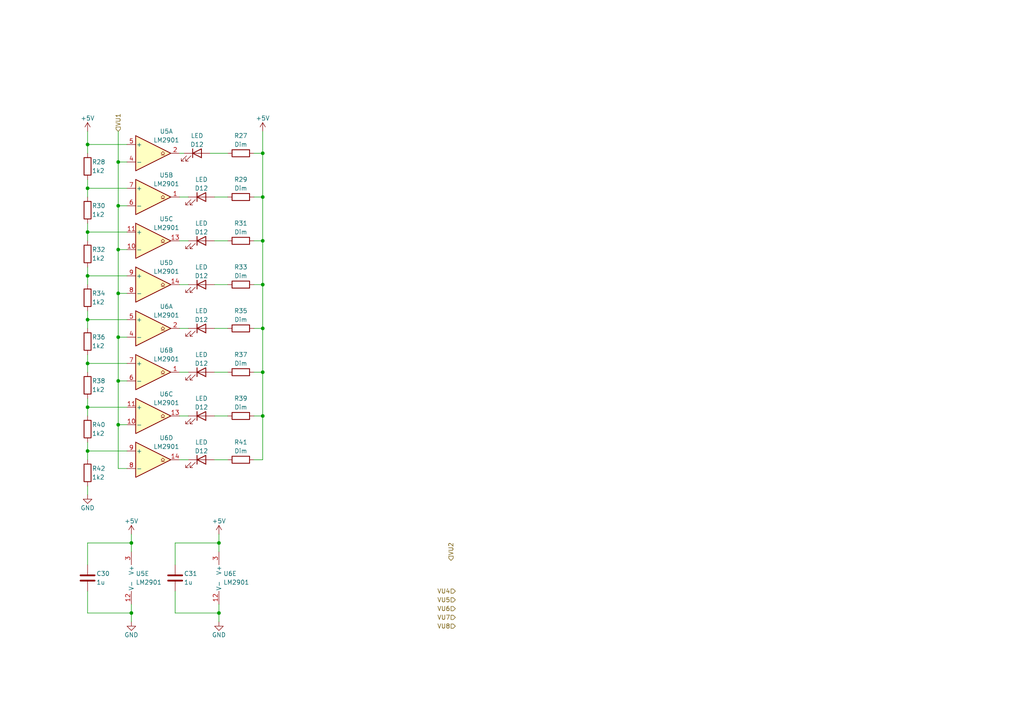
<source format=kicad_sch>
(kicad_sch (version 20230121) (generator eeschema)
  (paper "A4")
  (lib_symbols
    (symbol "Comparator:LM2901" (pin_names (offset 0.127))
      (property "Reference" "U" (at 0 5.08 0))
      (property "Value" "LM2901" (at 0 -5.08 0))
      (symbol "LM2901_1_1"
        (polyline (pts (xy -5.08 5.08) (xy 5.08 0) (xy -5.08 -5.08) (xy -5.08 5.08)) (stroke (width 0.254)) (fill (type background)))
        (polyline (pts (xy 3.302 -0.508) (xy 2.794 -0.508) (xy 3.302 0) (xy 2.794 0.508) (xy 2.286 0) (xy 2.794 -0.508) (xy 2.286 -0.508)) (stroke (width 0.127)))
        (pin open_collector line (at 7.62 0 180) (length 2.54) (name "~") (number "2"))
        (pin input line (at -7.62 -2.54 0) (length 2.54) (name "-") (number "4"))
        (pin input line (at -7.62 2.54 0) (length 2.54) (name "+") (number "5"))
      )
      (symbol "LM2901_2_1"
        (polyline (pts (xy -5.08 5.08) (xy 5.08 0) (xy -5.08 -5.08) (xy -5.08 5.08)) (stroke (width 0.254)) (fill (type background)))
        (polyline (pts (xy 3.302 -0.508) (xy 2.794 -0.508) (xy 3.302 0) (xy 2.794 0.508) (xy 2.286 0) (xy 2.794 -0.508) (xy 2.286 -0.508)) (stroke (width 0.127)))
        (pin open_collector line (at 7.62 0 180) (length 2.54) (name "~") (number "1"))
        (pin input line (at -7.62 -2.54 0) (length 2.54) (name "-") (number "6"))
        (pin input line (at -7.62 2.54 0) (length 2.54) (name "+") (number "7"))
      )
      (symbol "LM2901_3_1"
        (polyline (pts (xy -5.08 5.08) (xy 5.08 0) (xy -5.08 -5.08) (xy -5.08 5.08)) (stroke (width 0.254)) (fill (type background)))
        (polyline (pts (xy 3.302 -0.508) (xy 2.794 -0.508) (xy 3.302 0) (xy 2.794 0.508) (xy 2.286 0) (xy 2.794 -0.508) (xy 2.286 -0.508)) (stroke (width 0.127)))
        (pin input line (at -7.62 -2.54 0) (length 2.54) (name "-") (number "10"))
        (pin input line (at -7.62 2.54 0) (length 2.54) (name "+") (number "11"))
        (pin open_collector line (at 7.62 0 180) (length 2.54) (name "~") (number "13"))
      )
      (symbol "LM2901_4_1"
        (polyline (pts (xy -5.08 5.08) (xy 5.08 0) (xy -5.08 -5.08) (xy -5.08 5.08)) (stroke (width 0.254)) (fill (type background)))
        (polyline (pts (xy 3.302 -0.508) (xy 2.794 -0.508) (xy 3.302 0) (xy 2.794 0.508) (xy 2.286 0) (xy 2.794 -0.508) (xy 2.286 -0.508)) (stroke (width 0.127)))
        (pin open_collector line (at 7.62 0 180) (length 2.54) (name "~") (number "14"))
        (pin input line (at -7.62 -2.54 0) (length 2.54) (name "-") (number "8"))
        (pin input line (at -7.62 2.54 0) (length 2.54) (name "+") (number "9"))
      )
      (symbol "LM2901_5_1"
        (pin power_in line (at -2.54 -7.62 90) (length 3.81) (name "V-") (number "12"))
        (pin power_in line (at -2.54 7.62 270) (length 3.81) (name "V+") (number "3"))
      )
    )
    (symbol "Device:C" (pin_numbers hide) (pin_names (offset 0.254))
      (property "Reference" "C" (at 0.635 2.54 0))
      (property "Value" "C" (at 0.635 -2.54 0))
      (symbol "C_0_1"
        (polyline (pts (xy -2.032 -0.762) (xy 2.032 -0.762)) (stroke (width 0.508)))
        (polyline (pts (xy -2.032 0.762) (xy 2.032 0.762)) (stroke (width 0.508)))
      )
      (symbol "C_1_1"
        (pin passive line (at 0 3.81 270) (length 2.794) (name "~") (number "1"))
        (pin passive line (at 0 -3.81 90) (length 2.794) (name "~") (number "2"))
      )
    )
    (symbol "Device:LED" (pin_numbers hide) (pin_names (offset 1.016) hide)
      (property "Reference" "D" (at 0 2.54 0))
      (property "Value" "LED" (at 0 -2.54 0))
      (symbol "LED_0_1"
        (polyline (pts (xy -1.27 -1.27) (xy -1.27 1.27)) (stroke (width 0.254)))
        (polyline (pts (xy -1.27 0) (xy 1.27 0)))
        (polyline (pts (xy 1.27 -1.27) (xy 1.27 1.27) (xy -1.27 0) (xy 1.27 -1.27)) (stroke (width 0.254)))
        (polyline (pts (xy -3.048 -0.762) (xy -4.572 -2.286) (xy -3.81 -2.286) (xy -4.572 -2.286) (xy -4.572 -1.524)))
        (polyline (pts (xy -1.778 -0.762) (xy -3.302 -2.286) (xy -2.54 -2.286) (xy -3.302 -2.286) (xy -3.302 -1.524)))
      )
      (symbol "LED_1_1"
        (pin passive line (at -3.81 0 0) (length 2.54) (name "K") (number "1"))
        (pin passive line (at 3.81 0 180) (length 2.54) (name "A") (number "2"))
      )
    )
    (symbol "Device:R" (pin_numbers hide) (pin_names (offset 0))
      (property "Reference" "R" (at 2.032 0 90))
      (property "Value" "R" (at 0 0 90))
      (symbol "R_0_1"
        (rectangle (start -1.016 -2.54) (end 1.016 2.54) (stroke (width 0.254)))
      )
      (symbol "R_1_1"
        (pin passive line (at 0 3.81 270) (length 1.27) (name "~") (number "1"))
        (pin passive line (at 0 -3.81 90) (length 1.27) (name "~") (number "2"))
      )
    )
    (symbol "power:+5V" (power) (pin_names (offset 0))
      (property "Value" "+5V" (at 0 3.556 0))
      (symbol "+5V_0_1"
        (polyline (pts (xy -0.762 1.27) (xy 0 2.54)))
        (polyline (pts (xy 0 0) (xy 0 2.54)))
        (polyline (pts (xy 0 2.54) (xy 0.762 1.27)))
      )
      (symbol "+5V_1_1"
        (pin power_in line (at 0 0 90) (length 0) hide (name "+5V") (number "1"))
      )
    )
    (symbol "power:GND" (power) (pin_names (offset 0))
      (property "Value" "GND" (at 0 -3.81 0))
      (symbol "GND_0_1"
        (polyline (pts (xy 0 0) (xy 0 -1.27) (xy 1.27 -1.27) (xy 0 -2.54) (xy -1.27 -1.27) (xy 0 -1.27)))
      )
      (symbol "GND_1_1"
        (pin power_in line (at 0 0 270) (length 0) hide (name "GND") (number "1"))
      )
    )
  )
  (junction (at 76.2 107.95))
  (junction (at 76.2 82.55))
  (junction (at 76.2 57.15))
  (junction (at 38.1 157.48))
  (junction (at 34.29 59.69))
  (junction (at 76.2 120.65))
  (junction (at 25.4 80.01))
  (junction (at 34.29 97.79))
  (junction (at 25.4 67.31))
  (junction (at 34.29 110.49))
  (junction (at 38.1 177.8))
  (junction (at 25.4 130.81))
  (junction (at 34.29 123.19))
  (junction (at 25.4 118.11))
  (junction (at 76.2 44.45))
  (junction (at 25.4 54.61))
  (junction (at 25.4 105.41))
  (junction (at 76.2 69.85))
  (junction (at 76.2 95.25))
  (junction (at 63.5 177.8))
  (junction (at 34.29 46.99))
  (junction (at 63.5 157.48))
  (junction (at 25.4 92.71))
  (junction (at 34.29 72.39))
  (junction (at 34.29 85.09))
  (junction (at 25.4 41.91))
  (wire (pts (xy 25.4 54.61) (xy 25.4 57.15)))
  (wire (pts (xy 34.29 38.1) (xy 34.29 46.99)))
  (wire (pts (xy 63.5 157.48) (xy 50.8 157.48)))
  (wire (pts (xy 63.5 154.94) (xy 63.5 157.48)))
  (wire (pts (xy 54.61 82.55) (xy 52.07 82.55)))
  (wire (pts (xy 76.2 82.55) (xy 76.2 95.25)))
  (wire (pts (xy 38.1 157.48) (xy 25.4 157.48)))
  (wire (pts (xy 34.29 97.79) (xy 34.29 110.49)))
  (wire (pts (xy 34.29 72.39) (xy 34.29 85.09)))
  (wire (pts (xy 34.29 110.49) (xy 36.83 110.49)))
  (wire (pts (xy 25.4 171.45) (xy 25.4 177.8)))
  (wire (pts (xy 34.29 72.39) (xy 36.83 72.39)))
  (wire (pts (xy 25.4 80.01) (xy 25.4 77.47)))
  (wire (pts (xy 36.83 118.11) (xy 25.4 118.11)))
  (wire (pts (xy 76.2 57.15) (xy 76.2 69.85)))
  (wire (pts (xy 25.4 90.17) (xy 25.4 92.71)))
  (wire (pts (xy 66.04 95.25) (xy 62.23 95.25)))
  (wire (pts (xy 54.61 69.85) (xy 52.07 69.85)))
  (wire (pts (xy 25.4 105.41) (xy 25.4 107.95)))
  (wire (pts (xy 25.4 92.71) (xy 25.4 95.25)))
  (wire (pts (xy 25.4 38.1) (xy 25.4 41.91)))
  (wire (pts (xy 25.4 177.8) (xy 38.1 177.8)))
  (wire (pts (xy 25.4 157.48) (xy 25.4 163.83)))
  (wire (pts (xy 25.4 118.11) (xy 25.4 120.65)))
  (wire (pts (xy 73.66 44.45) (xy 76.2 44.45)))
  (wire (pts (xy 36.83 80.01) (xy 25.4 80.01)))
  (wire (pts (xy 66.04 107.95) (xy 62.23 107.95)))
  (wire (pts (xy 38.1 160.02) (xy 38.1 157.48)))
  (wire (pts (xy 34.29 135.89) (xy 36.83 135.89)))
  (wire (pts (xy 73.66 69.85) (xy 76.2 69.85)))
  (wire (pts (xy 25.4 105.41) (xy 25.4 102.87)))
  (wire (pts (xy 76.2 44.45) (xy 76.2 57.15)))
  (wire (pts (xy 36.83 130.81) (xy 25.4 130.81)))
  (wire (pts (xy 66.04 133.35) (xy 62.23 133.35)))
  (wire (pts (xy 25.4 80.01) (xy 25.4 82.55)))
  (wire (pts (xy 73.66 95.25) (xy 76.2 95.25)))
  (wire (pts (xy 25.4 140.97) (xy 25.4 143.51)))
  (wire (pts (xy 36.83 46.99) (xy 34.29 46.99)))
  (wire (pts (xy 66.04 44.45) (xy 60.96 44.45)))
  (wire (pts (xy 76.2 120.65) (xy 76.2 133.35)))
  (wire (pts (xy 38.1 177.8) (xy 38.1 175.26)))
  (wire (pts (xy 63.5 160.02) (xy 63.5 157.48)))
  (wire (pts (xy 25.4 118.11) (xy 25.4 115.57)))
  (wire (pts (xy 36.83 97.79) (xy 34.29 97.79)))
  (wire (pts (xy 36.83 54.61) (xy 25.4 54.61)))
  (wire (pts (xy 34.29 59.69) (xy 36.83 59.69)))
  (wire (pts (xy 63.5 177.8) (xy 63.5 180.34)))
  (wire (pts (xy 54.61 133.35) (xy 52.07 133.35)))
  (wire (pts (xy 66.04 57.15) (xy 62.23 57.15)))
  (wire (pts (xy 66.04 82.55) (xy 62.23 82.55)))
  (wire (pts (xy 36.83 92.71) (xy 25.4 92.71)))
  (wire (pts (xy 76.2 38.1) (xy 76.2 44.45)))
  (wire (pts (xy 63.5 177.8) (xy 63.5 175.26)))
  (wire (pts (xy 54.61 95.25) (xy 52.07 95.25)))
  (wire (pts (xy 76.2 95.25) (xy 76.2 107.95)))
  (wire (pts (xy 34.29 110.49) (xy 34.29 123.19)))
  (wire (pts (xy 76.2 69.85) (xy 76.2 82.55)))
  (wire (pts (xy 76.2 107.95) (xy 73.66 107.95)))
  (wire (pts (xy 76.2 133.35) (xy 73.66 133.35)))
  (wire (pts (xy 34.29 123.19) (xy 36.83 123.19)))
  (wire (pts (xy 25.4 130.81) (xy 25.4 133.35)))
  (wire (pts (xy 25.4 41.91) (xy 25.4 44.45)))
  (wire (pts (xy 25.4 67.31) (xy 25.4 64.77)))
  (wire (pts (xy 66.04 69.85) (xy 62.23 69.85)))
  (wire (pts (xy 25.4 67.31) (xy 25.4 69.85)))
  (wire (pts (xy 25.4 54.61) (xy 25.4 52.07)))
  (wire (pts (xy 34.29 59.69) (xy 34.29 72.39)))
  (wire (pts (xy 34.29 85.09) (xy 36.83 85.09)))
  (wire (pts (xy 73.66 57.15) (xy 76.2 57.15)))
  (wire (pts (xy 73.66 120.65) (xy 76.2 120.65)))
  (wire (pts (xy 36.83 105.41) (xy 25.4 105.41)))
  (wire (pts (xy 66.04 120.65) (xy 62.23 120.65)))
  (wire (pts (xy 50.8 177.8) (xy 63.5 177.8)))
  (wire (pts (xy 54.61 120.65) (xy 52.07 120.65)))
  (wire (pts (xy 34.29 123.19) (xy 34.29 135.89)))
  (wire (pts (xy 54.61 57.15) (xy 52.07 57.15)))
  (wire (pts (xy 50.8 171.45) (xy 50.8 177.8)))
  (wire (pts (xy 50.8 157.48) (xy 50.8 163.83)))
  (wire (pts (xy 25.4 130.81) (xy 25.4 128.27)))
  (wire (pts (xy 36.83 67.31) (xy 25.4 67.31)))
  (wire (pts (xy 52.07 44.45) (xy 53.34 44.45)))
  (wire (pts (xy 34.29 46.99) (xy 34.29 59.69)))
  (wire (pts (xy 38.1 154.94) (xy 38.1 157.48)))
  (wire (pts (xy 38.1 177.8) (xy 38.1 180.34)))
  (wire (pts (xy 36.83 41.91) (xy 25.4 41.91)))
  (wire (pts (xy 34.29 85.09) (xy 34.29 97.79)))
  (wire (pts (xy 73.66 82.55) (xy 76.2 82.55)))
  (wire (pts (xy 54.61 107.95) (xy 52.07 107.95)))
  (wire (pts (xy 76.2 107.95) (xy 76.2 120.65)))
  (hierarchical_label "VU5" (shape input) (at 132.08 173.99 180))
  (hierarchical_label "VU1" (shape input) (at 34.29 38.1 90))
  (hierarchical_label "VU8" (shape input) (at 132.08 181.61 180))
  (hierarchical_label "VU6" (shape input) (at 132.08 176.53 180))
  (hierarchical_label "VU7" (shape input) (at 132.08 179.07 180))
  (hierarchical_label "VU4" (shape input) (at 132.08 171.45 180))
  (hierarchical_label "VU2" (shape input) (at 130.81 162.56 90))
  (symbol (lib_id "Comparator:LM2901") (at 66.04 167.64 0) (unit 5)
    (property "Reference" "U6" (at 64.77 166.37 0) (effects (justify left)))
    (property "Value" "LM2901" (at 64.77 168.91 0) (effects (justify left)))
    (property "Footprint" "Package_SO:SO-14_5.3x10.2mm_P1.27mm" (effects hide))
    (property "Datasheet" "https://www.mouser.de/datasheet/2/308/1/LM339_D-2314805.pdf" (effects hide))
  )
  (symbol (lib_id "Device:R") (at 25.4 124.46 180) (unit 1)
    (property "Reference" "R40" (at 26.67 123.19 0) (effects (justify right)))
    (property "Value" "1k2" (at 26.67 125.73 0) (effects (justify right)))
    (property "Footprint" "Resistor_SMD:R_1206_3216Metric_Pad1.30x1.75mm_HandSolder" (effects hide))
  )
  (symbol (lib_id "Comparator:LM2901") (at 40.64 167.64 0) (unit 5)
    (property "Reference" "U5" (at 39.37 166.37 0) (effects (justify left)))
    (property "Value" "LM2901" (at 39.37 168.91 0) (effects (justify left)))
    (property "Footprint" "Package_SO:SO-14_5.3x10.2mm_P1.27mm" (effects hide))
    (property "Datasheet" "https://www.mouser.de/datasheet/2/308/1/LM339_D-2314805.pdf" (effects hide))
  )
  (symbol (lib_id "Comparator:LM2901") (at 44.45 95.25 0) (unit 1)
    (property "Reference" "U6" (at 48.26 88.9 0))
    (property "Value" "LM2901" (at 48.26 91.44 0))
    (property "Footprint" "Package_SO:SO-14_5.3x10.2mm_P1.27mm" (effects hide))
    (property "Datasheet" "https://www.mouser.de/datasheet/2/308/1/LM339_D-2314805.pdf" (effects hide))
  )
  (symbol (lib_id "Comparator:LM2901") (at 44.45 107.95 0) (unit 2)
    (property "Reference" "U6" (at 48.26 101.6 0))
    (property "Value" "LM2901" (at 48.26 104.14 0))
    (property "Footprint" "Package_SO:SO-14_5.3x10.2mm_P1.27mm" (effects hide))
    (property "Datasheet" "https://www.mouser.de/datasheet/2/308/1/LM339_D-2314805.pdf" (effects hide))
  )
  (symbol (lib_id "Device:R") (at 69.85 82.55 90) (unit 1)
    (property "Reference" "R33" (at 69.85 77.47 90))
    (property "Value" "Dim" (at 69.85 80.01 90))
    (property "Footprint" "Resistor_SMD:R_1206_3216Metric_Pad1.30x1.75mm_HandSolder" (effects hide))
  )
  (symbol (lib_id "Device:R") (at 25.4 48.26 180) (unit 1)
    (property "Reference" "R28" (at 26.67 46.99 0) (effects (justify right)))
    (property "Value" "1k2" (at 26.67 49.53 0) (effects (justify right)))
    (property "Footprint" "Resistor_SMD:R_1206_3216Metric_Pad1.30x1.75mm_HandSolder" (effects hide))
  )
  (symbol (lib_id "Device:R") (at 25.4 60.96 180) (unit 1)
    (property "Reference" "R30" (at 26.67 59.69 0) (effects (justify right)))
    (property "Value" "1k2" (at 26.67 62.23 0) (effects (justify right)))
    (property "Footprint" "Resistor_SMD:R_1206_3216Metric_Pad1.30x1.75mm_HandSolder" (effects hide))
  )
  (symbol (lib_id "Device:LED") (at 58.42 57.15 0) (unit 1)
    (property "Reference" "D12" (at 58.42 54.61 0))
    (property "Value" "LED" (at 58.42 52.07 0))
    (property "Footprint" "LED_THT:LED_D3.0mm" (effects hide))
    (instances (project "SoundControl" (path "" (reference "D12") (unit 1)) (path "" (reference "D14") (unit 1))))
  )
  (symbol (lib_id "power:+5V") (at 38.1 154.94 0) (unit 1)
    (property "Reference" "#PWR0100" (effects hide))
    (property "Value" "+5V" (at 38.1 151.13 0))
  )
  (symbol (lib_id "Device:R") (at 69.85 69.85 90) (unit 1)
    (property "Reference" "R31" (at 69.85 64.77 90))
    (property "Value" "Dim" (at 69.85 67.31 90))
    (property "Footprint" "Resistor_SMD:R_1206_3216Metric_Pad1.30x1.75mm_HandSolder" (effects hide))
  )
  (symbol (lib_id "Comparator:LM2901") (at 44.45 69.85 0) (unit 3)
    (property "Reference" "U5" (at 48.26 63.5 0))
    (property "Value" "LM2901" (at 48.26 66.04 0))
    (property "Footprint" "Package_SO:SO-14_5.3x10.2mm_P1.27mm" (effects hide))
    (property "Datasheet" "https://www.mouser.de/datasheet/2/308/1/LM339_D-2314805.pdf" (effects hide))
  )
  (symbol (lib_id "Comparator:LM2901") (at 44.45 120.65 0) (unit 3)
    (property "Reference" "U6" (at 48.26 114.3 0))
    (property "Value" "LM2901" (at 48.26 116.84 0))
    (property "Footprint" "Package_SO:SO-14_5.3x10.2mm_P1.27mm" (effects hide))
    (property "Datasheet" "https://www.mouser.de/datasheet/2/308/1/LM339_D-2314805.pdf" (effects hide))
  )
  (symbol (lib_id "Device:R") (at 25.4 99.06 180) (unit 1)
    (property "Reference" "R36" (at 26.67 97.79 0) (effects (justify right)))
    (property "Value" "1k2" (at 26.67 100.33 0) (effects (justify right)))
    (property "Footprint" "Resistor_SMD:R_1206_3216Metric_Pad1.30x1.75mm_HandSolder" (effects hide))
  )
  (symbol (lib_id "power:GND") (at 63.5 180.34 0) (unit 1)
    (property "Reference" "#PWR0103" (effects hide))
    (property "Value" "GND" (at 63.5 184.15 0))
  )
  (symbol (lib_id "power:GND") (at 25.4 143.51 0) (unit 1)
    (property "Reference" "#PWR099" (effects hide))
    (property "Value" "GND" (at 25.4 147.32 0))
  )
  (symbol (lib_id "power:+5V") (at 63.5 154.94 0) (unit 1)
    (property "Reference" "#PWR0101" (effects hide))
    (property "Value" "+5V" (at 63.5 151.13 0))
  )
  (symbol (lib_id "Device:R") (at 69.85 44.45 90) (unit 1)
    (property "Reference" "R27" (at 69.85 39.37 90))
    (property "Value" "Dim" (at 69.85 41.91 90))
    (property "Footprint" "Resistor_SMD:R_1206_3216Metric_Pad1.30x1.75mm_HandSolder" (effects hide))
  )
  (symbol (lib_id "Device:R") (at 25.4 73.66 180) (unit 1)
    (property "Reference" "R32" (at 26.67 72.39 0) (effects (justify right)))
    (property "Value" "1k2" (at 26.67 74.93 0) (effects (justify right)))
    (property "Footprint" "Resistor_SMD:R_1206_3216Metric_Pad1.30x1.75mm_HandSolder" (effects hide))
  )
  (symbol (lib_id "Device:LED") (at 58.42 69.85 0) (unit 1)
    (property "Reference" "D12" (at 58.42 67.31 0))
    (property "Value" "LED" (at 58.42 64.77 0))
    (property "Footprint" "LED_THT:LED_D3.0mm" (effects hide))
    (instances (project "SoundControl" (path "" (reference "D12") (unit 1)) (path "" (reference "D15") (unit 1))))
  )
  (symbol (lib_id "power:+5V") (at 76.2 38.1 0) (unit 1)
    (property "Reference" "#PWR098" (effects hide))
    (property "Value" "+5V" (at 76.2 34.29 0))
  )
  (symbol (lib_id "Comparator:LM2901") (at 44.45 44.45 0) (unit 1)
    (property "Reference" "U5" (at 48.26 38.1 0))
    (property "Value" "LM2901" (at 48.26 40.64 0))
    (property "Footprint" "Package_SO:SO-14_5.3x10.2mm_P1.27mm" (effects hide))
    (property "Datasheet" "https://www.mouser.de/datasheet/2/308/1/LM339_D-2314805.pdf" (effects hide))
  )
  (symbol (lib_id "Device:LED") (at 58.42 120.65 0) (unit 1)
    (property "Reference" "D12" (at 58.42 118.11 0))
    (property "Value" "LED" (at 58.42 115.57 0))
    (property "Footprint" "LED_THT:LED_D3.0mm" (effects hide))
    (instances (project "SoundControl" (path "" (reference "D12") (unit 1)) (path "" (reference "D19") (unit 1))))
  )
  (symbol (lib_id "power:GND") (at 38.1 180.34 0) (unit 1)
    (property "Reference" "#PWR0102" (effects hide))
    (property "Value" "GND" (at 38.1 184.15 0))
  )
  (symbol (lib_id "Device:LED") (at 58.42 82.55 0) (unit 1)
    (property "Reference" "D12" (at 58.42 80.01 0))
    (property "Value" "LED" (at 58.42 77.47 0))
    (property "Footprint" "LED_THT:LED_D3.0mm" (effects hide))
    (instances (project "SoundControl" (path "" (reference "D12") (unit 1)) (path "" (reference "D16") (unit 1))))
  )
  (symbol (lib_id "Comparator:LM2901") (at 44.45 57.15 0) (unit 2)
    (property "Reference" "U5" (at 48.26 50.8 0))
    (property "Value" "LM2901" (at 48.26 53.34 0))
    (property "Footprint" "Package_SO:SO-14_5.3x10.2mm_P1.27mm" (effects hide))
    (property "Datasheet" "https://www.mouser.de/datasheet/2/308/1/LM339_D-2314805.pdf" (effects hide))
  )
  (symbol (lib_id "Device:LED") (at 58.42 95.25 0) (unit 1)
    (property "Reference" "D12" (at 58.42 92.71 0))
    (property "Value" "LED" (at 58.42 90.17 0))
    (property "Footprint" "LED_THT:LED_D3.0mm" (effects hide))
    (instances (project "SoundControl" (path "" (reference "D12") (unit 1)) (path "" (reference "D17") (unit 1))))
  )
  (symbol (lib_id "Comparator:LM2901") (at 44.45 133.35 0) (unit 4)
    (property "Reference" "U6" (at 48.26 127 0))
    (property "Value" "LM2901" (at 48.26 129.54 0))
    (property "Footprint" "Package_SO:SO-14_5.3x10.2mm_P1.27mm" (effects hide))
    (property "Datasheet" "https://www.mouser.de/datasheet/2/308/1/LM339_D-2314805.pdf" (effects hide))
  )
  (symbol (lib_id "Device:LED") (at 57.15 44.45 0) (unit 1)
    (property "Reference" "D12" (at 57.15 41.91 0))
    (property "Value" "LED" (at 57.15 39.37 0))
    (property "Footprint" "LED_THT:LED_D3.0mm" (effects hide))
    (instances (project "SoundControl" (path "" (reference "D12") (unit 1)) (path "" (reference "D13") (unit 1))))
  )
  (symbol (lib_id "Device:R") (at 25.4 137.16 180) (unit 1)
    (property "Reference" "R42" (at 26.67 135.89 0) (effects (justify right)))
    (property "Value" "1k2" (at 26.67 138.43 0) (effects (justify right)))
    (property "Footprint" "Resistor_SMD:R_1206_3216Metric_Pad1.30x1.75mm_HandSolder" (effects hide))
  )
  (symbol (lib_id "power:+5V") (at 25.4 38.1 0) (unit 1)
    (property "Reference" "#PWR097" (effects hide))
    (property "Value" "+5V" (at 25.4 34.29 0))
  )
  (symbol (lib_id "Device:R") (at 69.85 95.25 90) (unit 1)
    (property "Reference" "R35" (at 69.85 90.17 90))
    (property "Value" "Dim" (at 69.85 92.71 90))
    (property "Footprint" "Resistor_SMD:R_1206_3216Metric_Pad1.30x1.75mm_HandSolder" (effects hide))
  )
  (symbol (lib_id "Device:R") (at 25.4 86.36 180) (unit 1)
    (property "Reference" "R34" (at 26.67 85.09 0) (effects (justify right)))
    (property "Value" "1k2" (at 26.67 87.63 0) (effects (justify right)))
    (property "Footprint" "Resistor_SMD:R_1206_3216Metric_Pad1.30x1.75mm_HandSolder" (effects hide))
  )
  (symbol (lib_id "Device:R") (at 69.85 120.65 90) (unit 1)
    (property "Reference" "R39" (at 69.85 115.57 90))
    (property "Value" "Dim" (at 69.85 118.11 90))
    (property "Footprint" "Resistor_SMD:R_1206_3216Metric_Pad1.30x1.75mm_HandSolder" (effects hide))
  )
  (symbol (lib_id "Device:R") (at 69.85 133.35 90) (unit 1)
    (property "Reference" "R41" (at 69.85 128.27 90))
    (property "Value" "Dim" (at 69.85 130.81 90))
    (property "Footprint" "Resistor_SMD:R_1206_3216Metric_Pad1.30x1.75mm_HandSolder" (effects hide))
  )
  (symbol (lib_id "Device:R") (at 69.85 57.15 90) (unit 1)
    (property "Reference" "R29" (at 69.85 52.07 90))
    (property "Value" "Dim" (at 69.85 54.61 90))
    (property "Footprint" "Resistor_SMD:R_1206_3216Metric_Pad1.30x1.75mm_HandSolder" (effects hide))
  )
  (symbol (lib_id "Comparator:LM2901") (at 44.45 82.55 0) (unit 4)
    (property "Reference" "U5" (at 48.26 76.2 0))
    (property "Value" "LM2901" (at 48.26 78.74 0))
    (property "Footprint" "Package_SO:SO-14_5.3x10.2mm_P1.27mm" (effects hide))
    (property "Datasheet" "https://www.mouser.de/datasheet/2/308/1/LM339_D-2314805.pdf" (effects hide))
  )
  (symbol (lib_id "Device:C") (at 50.8 167.64 0) (unit 1)
    (property "Reference" "C31" (at 53.34 166.37 0) (effects (justify left)))
    (property "Value" "1u" (at 53.34 168.91 0) (effects (justify left)))
    (property "Footprint" "Capacitor_SMD:C_1206_3216Metric_Pad1.33x1.80mm_HandSolder" (effects hide))
  )
  (symbol (lib_id "Device:LED") (at 58.42 107.95 0) (unit 1)
    (property "Reference" "D12" (at 58.42 105.41 0))
    (property "Value" "LED" (at 58.42 102.87 0))
    (property "Footprint" "LED_THT:LED_D3.0mm" (effects hide))
    (instances (project "SoundControl" (path "" (reference "D12") (unit 1)) (path "" (reference "D18") (unit 1))))
  )
  (symbol (lib_id "Device:LED") (at 58.42 133.35 0) (unit 1)
    (property "Reference" "D12" (at 58.42 130.81 0))
    (property "Value" "LED" (at 58.42 128.27 0))
    (property "Footprint" "LED_THT:LED_D3.0mm" (effects hide))
    (instances (project "SoundControl" (path "" (reference "D12") (unit 1)) (path "" (reference "D20") (unit 1))))
  )
  (symbol (lib_id "Device:R") (at 25.4 111.76 180) (unit 1)
    (property "Reference" "R38" (at 26.67 110.49 0) (effects (justify right)))
    (property "Value" "1k2" (at 26.67 113.03 0) (effects (justify right)))
    (property "Footprint" "Resistor_SMD:R_1206_3216Metric_Pad1.30x1.75mm_HandSolder" (effects hide))
  )
  (symbol (lib_id "Device:R") (at 69.85 107.95 90) (unit 1)
    (property "Reference" "R37" (at 69.85 102.87 90))
    (property "Value" "Dim" (at 69.85 105.41 90))
    (property "Footprint" "Resistor_SMD:R_1206_3216Metric_Pad1.30x1.75mm_HandSolder" (effects hide))
  )
  (symbol (lib_id "Device:C") (at 25.4 167.64 0) (unit 1)
    (property "Reference" "C30" (at 27.94 166.37 0) (effects (justify left)))
    (property "Value" "1u" (at 27.94 168.91 0) (effects (justify left)))
    (property "Footprint" "Capacitor_SMD:C_1206_3216Metric_Pad1.33x1.80mm_HandSolder" (effects hide))
  )
)
</source>
